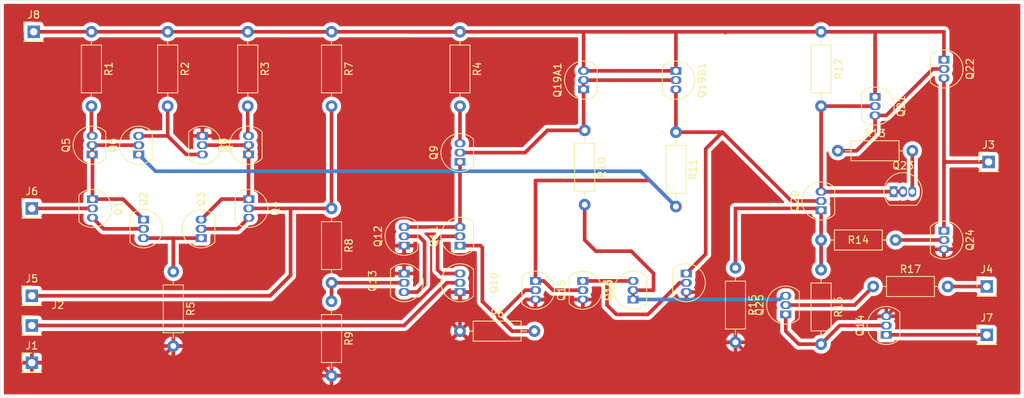
<source format=kicad_pcb>
(kicad_pcb (version 20240108) (generator "pcbnew") (generator_version "8.0")
  (layers (0 "F.Cu" signal) (31 "B.Cu" signal) (34 "B.Paste" user) (35 "F.Paste" user) (36 "B.SilkS" user "B.Silkscreen") (37 "F.SilkS" user "F.Silkscreen") (38 "B.Mask" user) (39 "F.Mask" user) (44 "Edge.Cuts" user))
  (net 0 "")
  (net 1 "Net-(J2-Pin_1)")
  (net 2 "Net-(J3-Pin_1)")
  (net 3 "Net-(J4-Pin_1)")
  (net 4 "Net-(J5-Pin_1)")
  (net 5 "Net-(J6-Pin_1)")
  (net 6 "Net-(J7-Pin_1)")
  (net 7 "Net-(J8-Pin_1)")
  (net 8 "Net-(Q1-C)")
  (net 9 "Net-(Q1-E)")
  (net 10 "Net-(Q2-C)")
  (net 11 "Net-(Q3-B)")
  (net 12 "Net-(Q3-C)")
  (net 13 "Net-(Q5-C)")
  (net 14 "Net-(Q15-E)")
  (net 15 "Net-(Q6-C)")
  (net 16 "Net-(Q8-C)")
  (net 17 "Net-(Q19A1-B)")
  (net 18 "Net-(Q11-C)")
  (net 19 "Net-(Q9-C)")
  (net 20 "Net-(Q10-C)")
  (net 21 "Net-(Q11-E)")
  (net 22 "Net-(Q12-B)")
  (net 23 "Net-(Q13-B)")
  (net 24 "Net-(Q14-B)")
  (net 25 "Net-(Q16-E)")
  (net 26 "Net-(Q17-E)")
  (net 27 "Net-(Q18-B)")
  (net 28 "Net-(Q20-E)")
  (net 29 "Net-(Q20-C)")
  (net 30 "Net-(Q21-C)")
  (net 31 "Net-(Q23-C)")
  (net 32 "Net-(Q24-B)")
  (net 33 "Net-(Q25-B)")
  (net 34 "GND")
  (footprint "Package_TO_SOT_THT:TO-92_Inline" (layer "F.Cu") (at 226.06 45.72 -90)
    (property "Reference" "Q21" (at 1.27 -3.56 90) (layer "F.SilkS"))
    (property "Value" "2N3904")
    (pad "1" thru_hole rect (at 0 0 270) (size 1.05 1.5) (drill 0.75) (layers "*.Cu" "*.Mask") (net 7 "Net-(J8-Pin_1)"))
    (pad "2" thru_hole oval (at 1.27 0 270) (size 1.05 1.5) (drill 0.75) (layers "*.Cu" "*.Mask") (net 29 "Net-(Q20-C)"))
    (pad "3" thru_hole oval (at 2.54 0 270) (size 1.05 1.5) (drill 0.75) (layers "*.Cu" "*.Mask") (net 30 "Net-(Q21-C)"))
  )
  (footprint "Package_TO_SOT_THT:TO-92_Inline" (layer "F.Cu") (at 179.726 70.866 -90)
    (property "Reference" "Q15" (at 1.27 -3.56 90) (layer "F.SilkS"))
    (property "Value" "2N3904")
    (pad "1" thru_hole rect (at 0 0 270) (size 1.05 1.5) (drill 0.75) (layers "*.Cu" "*.Mask") (net 14 "Net-(Q15-E)"))
    (pad "2" thru_hole oval (at 1.27 0 270) (size 1.05 1.5) (drill 0.75) (layers "*.Cu" "*.Mask") (net 21 "Net-(Q11-E)"))
    (pad "3" thru_hole oval (at 2.54 0 270) (size 1.05 1.5) (drill 0.75) (layers "*.Cu" "*.Mask") (net 34 "GND"))
  )
  (footprint "Package_TO_SOT_THT:TO-92_Inline" (layer "F.Cu") (at 119.274 59.69 -90)
    (property "Reference" "Q1" (at 1.27 -3.56 90) (layer "F.SilkS"))
    (property "Value" "2N3904")
    (pad "1" thru_hole rect (at 0 0 270) (size 1.05 1.5) (drill 0.75) (layers "*.Cu" "*.Mask") (net 9 "Net-(Q1-E)"))
    (pad "2" thru_hole oval (at 1.27 0 270) (size 1.05 1.5) (drill 0.75) (layers "*.Cu" "*.Mask") (net 5 "Net-(J6-Pin_1)"))
    (pad "3" thru_hole oval (at 2.54 0 270) (size 1.05 1.5) (drill 0.75) (layers "*.Cu" "*.Mask") (net 8 "Net-(Q1-C)"))
  )
  (footprint "Package_TO_SOT_THT:TO-92_Inline" (layer "F.Cu") (at 198.882 42.164 -90)
    (property "Reference" "Q19B1" (at 1.27 -3.56 90) (layer "F.SilkS"))
    (property "Value" "2N3906")
    (pad "1" thru_hole rect (at 0 0 270) (size 1.05 1.5) (drill 0.75) (layers "*.Cu" "*.Mask") (net 7 "Net-(J8-Pin_1)"))
    (pad "2" thru_hole oval (at 1.27 0 270) (size 1.05 1.5) (drill 0.75) (layers "*.Cu" "*.Mask") (net 17 "Net-(Q19A1-B)"))
    (pad "3" thru_hole oval (at 2.54 0 270) (size 1.05 1.5) (drill 0.75) (layers "*.Cu" "*.Mask") (net 26 "Net-(Q17-E)"))
  )
  (footprint "Connector_PinHeader_2.54mm:PinHeader_1x01_P2.54mm_Vertical" (layer "F.Cu") (at 241.3 71.628)
    (property "Reference" "J4" (at 0 -2.33 0) (layer "F.SilkS"))
    (property "Value" "Reset")
    (pad "1" thru_hole rect (at 0 0) (size 1.7 1.7) (drill 1) (layers "*.Cu" "*.Mask") (net 3 "Net-(J4-Pin_1)"))
  )
  (footprint "Resistor_THT:R_Axial_DIN0207_L6.3mm_D2.5mm_P10.16mm_Horizontal" (layer "F.Cu") (at 119.126 36.83 -90)
    (property "Reference" "R1" (at 5.08 -2.37 90) (layer "F.SilkS"))
    (property "Value" "4.7k")
    (pad "1" thru_hole circle (at 0 0 270) (size 1.6 1.6) (drill 0.8) (layers "*.Cu" "*.Mask") (net 7 "Net-(J8-Pin_1)"))
    (pad "2" thru_hole oval (at 10.16 0 270) (size 1.6 1.6) (drill 0.8) (layers "*.Cu" "*.Mask") (net 13 "Net-(Q5-C)"))
  )
  (footprint "Package_TO_SOT_THT:TO-92_Inline" (layer "F.Cu") (at 125.582 53.594 90)
    (property "Reference" "Q6" (at 1.27 -3.56 90) (layer "F.SilkS"))
    (property "Value" "2N3906")
    (pad "1" thru_hole rect (at 0 0 90) (size 1.05 1.5) (drill 0.75) (layers "*.Cu" "*.Mask") (net 14 "Net-(Q15-E)"))
    (pad "2" thru_hole oval (at 1.27 0 90) (size 1.05 1.5) (drill 0.75) (layers "*.Cu" "*.Mask") (net 9 "Net-(Q1-E)"))
    (pad "3" thru_hole oval (at 2.54 0 90) (size 1.05 1.5) (drill 0.75) (layers "*.Cu" "*.Mask") (net 15 "Net-(Q6-C)"))
  )
  (footprint "Package_TO_SOT_THT:TO-92_Inline" (layer "F.Cu") (at 186.288 44.704 90)
    (property "Reference" "Q19A1" (at 1.27 -3.56 90) (layer "F.SilkS"))
    (property "Value" "2N3906")
    (pad "1" thru_hole rect (at 0 0 90) (size 1.05 1.5) (drill 0.75) (layers "*.Cu" "*.Mask") (net 17 "Net-(Q19A1-B)"))
    (pad "2" thru_hole oval (at 1.27 0 90) (size 1.05 1.5) (drill 0.75) (layers "*.Cu" "*.Mask") (net 17 "Net-(Q19A1-B)"))
    (pad "3" thru_hole oval (at 2.54 0 90) (size 1.05 1.5) (drill 0.75) (layers "*.Cu" "*.Mask") (net 7 "Net-(J8-Pin_1)"))
  )
  (footprint "Package_TO_SOT_THT:TO-92_Inline" (layer "F.Cu") (at 227.584 78.232 90)
    (property "Reference" "Q14" (at 1.27 -3.56 90) (layer "F.SilkS"))
    (property "Value" "2N3904")
    (pad "1" thru_hole rect (at 0 0 90) (size 1.05 1.5) (drill 0.75) (layers "*.Cu" "*.Mask") (net 6 "Net-(J7-Pin_1)"))
    (pad "2" thru_hole oval (at 1.27 0 90) (size 1.05 1.5) (drill 0.75) (layers "*.Cu" "*.Mask") (net 24 "Net-(Q14-B)"))
    (pad "3" thru_hole oval (at 2.54 0 90) (size 1.05 1.5) (drill 0.75) (layers "*.Cu" "*.Mask") (net 34 "GND"))
  )
  (footprint "Resistor_THT:R_Axial_DIN0207_L6.3mm_D2.5mm_P10.16mm_Horizontal" (layer "F.Cu") (at 169.418 77.724)
    (property "Reference" "R6" (at 5.08 -2.37 0) (layer "F.SilkS"))
    (property "Value" "100k")
    (pad "1" thru_hole circle (at 0 0) (size 1.6 1.6) (drill 0.8) (layers "*.Cu" "*.Mask") (net 34 "GND"))
    (pad "2" thru_hole oval (at 10.16 0) (size 1.6 1.6) (drill 0.8) (layers "*.Cu" "*.Mask") (net 21 "Net-(Q11-E)"))
  )
  (footprint "Resistor_THT:R_Axial_DIN0207_L6.3mm_D2.5mm_P10.16mm_Horizontal" (layer "F.Cu") (at 151.892 36.83 -90)
    (property "Reference" "R7" (at 5.08 -2.37 90) (layer "F.SilkS"))
    (property "Value" "4.7k")
    (pad "1" thru_hole circle (at 0 0 270) (size 1.6 1.6) (drill 0.8) (layers "*.Cu" "*.Mask") (net 7 "Net-(J8-Pin_1)"))
    (pad "2" thru_hole oval (at 10.16 0 270) (size 1.6 1.6) (drill 0.8) (layers "*.Cu" "*.Mask") (net 4 "Net-(J5-Pin_1)"))
  )
  (footprint "Resistor_THT:R_Axial_DIN0207_L6.3mm_D2.5mm_P10.16mm_Horizontal" (layer "F.Cu") (at 151.892 60.96 -90)
    (property "Reference" "R8" (at 5.08 -2.37 90) (layer "F.SilkS"))
    (property "Value" "4.7k")
    (pad "1" thru_hole circle (at 0 0 270) (size 1.6 1.6) (drill 0.8) (layers "*.Cu" "*.Mask") (net 4 "Net-(J5-Pin_1)"))
    (pad "2" thru_hole oval (at 10.16 0 270) (size 1.6 1.6) (drill 0.8) (layers "*.Cu" "*.Mask") (net 23 "Net-(Q13-B)"))
  )
  (footprint "Connector_PinHeader_2.54mm:PinHeader_1x01_P2.54mm_Vertical" (layer "F.Cu") (at 110.998 60.96)
    (property "Reference" "J6" (at 0 -2.33 0) (layer "F.SilkS"))
    (property "Value" "Threshold")
    (pad "1" thru_hole rect (at 0 0) (size 1.7 1.7) (drill 1) (layers "*.Cu" "*.Mask") (net 5 "Net-(J6-Pin_1)"))
  )
  (footprint "Package_TO_SOT_THT:TO-92_Inline" (layer "F.Cu") (at 161.798 66.04 90)
    (property "Reference" "Q12" (at 1.27 -3.56 90) (layer "F.SilkS"))
    (property "Value" "2N3906")
    (pad "1" thru_hole rect (at 0 0 90) (size 1.05 1.5) (drill 0.75) (layers "*.Cu" "*.Mask") (net 34 "GND"))
    (pad "2" thru_hole oval (at 1.27 0 90) (size 1.05 1.5) (drill 0.75) (layers "*.Cu" "*.Mask") (net 22 "Net-(Q12-B)"))
    (pad "3" thru_hole oval (at 2.54 0 90) (size 1.05 1.5) (drill 0.75) (layers "*.Cu" "*.Mask") (net 18 "Net-(Q11-C)"))
  )
  (footprint "Package_TO_SOT_THT:TO-92_Inline" (layer "F.Cu") (at 193.04 73.406 90)
    (property "Reference" "Q18" (at 1.27 -3.56 90) (layer "F.SilkS"))
    (property "Value" "2N3904")
    (pad "1" thru_hole rect (at 0 0 90) (size 1.05 1.5) (drill 0.75) (layers "*.Cu" "*.Mask") (net 27 "Net-(Q18-B)"))
    (pad "2" thru_hole oval (at 1.27 0 90) (size 1.05 1.5) (drill 0.75) (layers "*.Cu" "*.Mask") (net 27 "Net-(Q18-B)"))
    (pad "3" thru_hole oval (at 2.54 0 90) (size 1.05 1.5) (drill 0.75) (layers "*.Cu" "*.Mask") (net 25 "Net-(Q16-E)"))
  )
  (footprint "Package_TO_SOT_THT:TO-92_Inline" (layer "F.Cu") (at 169.418 66.04 90)
    (property "Reference" "Q11" (at 1.27 -3.56 90) (layer "F.SilkS"))
    (property "Value" "2N3906")
    (pad "1" thru_hole rect (at 0 0 90) (size 1.05 1.5) (drill 0.75) (layers "*.Cu" "*.Mask") (net 21 "Net-(Q11-E)"))
    (pad "2" thru_hole oval (at 1.27 0 90) (size 1.05 1.5) (drill 0.75) (layers "*.Cu" "*.Mask") (net 20 "Net-(Q10-C)"))
    (pad "3" thru_hole oval (at 2.54 0 90) (size 1.05 1.5) (drill 0.75) (layers "*.Cu" "*.Mask") (net 18 "Net-(Q11-C)"))
  )
  (footprint "Package_TO_SOT_THT:TO-92_Inline" (layer "F.Cu") (at 218.694 61.214 90)
    (property "Reference" "Q20" (at 1.27 -3.56 90) (layer "F.SilkS"))
    (property "Value" "2N3904")
    (pad "1" thru_hole rect (at 0 0 90) (size 1.05 1.5) (drill 0.75) (layers "*.Cu" "*.Mask") (net 28 "Net-(Q20-E)"))
    (pad "2" thru_hole oval (at 1.27 0 90) (size 1.05 1.5) (drill 0.75) (layers "*.Cu" "*.Mask") (net 26 "Net-(Q17-E)"))
    (pad "3" thru_hole oval (at 2.54 0 90) (size 1.05 1.5) (drill 0.75) (layers "*.Cu" "*.Mask") (net 29 "Net-(Q20-C)"))
  )
  (footprint "Resistor_THT:R_Axial_DIN0207_L6.3mm_D2.5mm_P10.16mm_Horizontal" (layer "F.Cu") (at 207.01 69.088 -90)
    (property "Reference" "R15" (at 5.08 -2.37 90) (layer "F.SilkS"))
    (property "Value" "4.7k")
    (pad "1" thru_hole circle (at 0 0 270) (size 1.6 1.6) (drill 0.8) (layers "*.Cu" "*.Mask") (net 28 "Net-(Q20-E)"))
    (pad "2" thru_hole oval (at 10.16 0 270) (size 1.6 1.6) (drill 0.8) (layers "*.Cu" "*.Mask") (net 34 "GND"))
  )
  (footprint "Resistor_THT:R_Axial_DIN0207_L6.3mm_D2.5mm_P10.16mm_Horizontal" (layer "F.Cu") (at 225.806 71.628)
    (property "Reference" "R17" (at 5.08 -2.37 0) (layer "F.SilkS"))
    (property "Value" "100k")
    (pad "1" thru_hole circle (at 0 0) (size 1.6 1.6) (drill 0.8) (layers "*.Cu" "*.Mask") (net 33 "Net-(Q25-B)"))
    (pad "2" thru_hole oval (at 10.16 0) (size 1.6 1.6) (drill 0.8) (layers "*.Cu" "*.Mask") (net 3 "Net-(J4-Pin_1)"))
  )
  (footprint "Package_TO_SOT_THT:TO-92_Inline" (layer "F.Cu") (at 161.798 69.85 -90)
    (property "Reference" "Q13" (at 1.016 4.318 90) (layer "F.SilkS"))
    (property "Value" "2N3906")
    (pad "1" thru_hole rect (at 0 0 270) (size 1.05 1.5) (drill 0.75) (layers "*.Cu" "*.Mask") (net 34 "GND"))
    (pad "2" thru_hole oval (at 1.27 0 270) (size 1.05 1.5) (drill 0.75) (layers "*.Cu" "*.Mask") (net 23 "Net-(Q13-B)"))
    (pad "3" thru_hole oval (at 2.54 0 270) (size 1.05 1.5) (drill 0.75) (layers "*.Cu" "*.Mask") (net 22 "Net-(Q12-B)"))
  )
  (footprint "Resistor_THT:R_Axial_DIN0207_L6.3mm_D2.5mm_P10.16mm_Horizontal" (layer "F.Cu") (at 218.694 65.278)
    (property "Reference" "R14" (at 5.08 0 0) (layer "F.SilkS"))
    (property "Value" "220")
    (pad "1" thru_hole circle (at 0 0) (size 1.6 1.6) (drill 0.8) (layers "*.Cu" "*.Mask") (net 28 "Net-(Q20-E)"))
    (pad "2" thru_hole oval (at 10.16 0) (size 1.6 1.6) (drill 0.8) (layers "*.Cu" "*.Mask") (net 32 "Net-(Q24-B)"))
  )
  (footprint "Package_TO_SOT_THT:TO-92_Inline" (layer "F.Cu") (at 200.3 69.85 -90)
    (property "Reference" "Q17" (hide yes))
    (property "Value" "2N3904")
    (pad "1" thru_hole rect (at 0 0 270) (size 1.05 1.5) (drill 0.75) (layers "*.Cu" "*.Mask") (net 26 "Net-(Q17-E)"))
    (pad "2" thru_hole oval (at 1.27 0 270) (size 1.05 1.5) (drill 0.75) (layers "*.Cu" "*.Mask") (net 25 "Net-(Q16-E)"))
    (pad "3" thru_hole oval (at 2.54 0 270) (size 1.05 1.5) (drill 0.75) (layers "*.Cu" "*.Mask") (net 34 "GND"))
  )
  (footprint "Package_TO_SOT_THT:TO-92_Inline" (layer "F.Cu") (at 235.458 64.008 -90)
    (property "Reference" "Q24" (at 1.27 -3.56 90) (layer "F.SilkS"))
    (property "Value" "2N3904")
    (pad "1" thru_hole rect (at 0 0 270) (size 1.05 1.5) (drill 0.75) (layers "*.Cu" "*.Mask") (net 2 "Net-(J3-Pin_1)"))
    (pad "2" thru_hole oval (at 1.27 0 270) (size 1.05 1.5) (drill 0.75) (layers "*.Cu" "*.Mask") (net 32 "Net-(Q24-B)"))
    (pad "3" thru_hole oval (at 2.54 0 270) (size 1.05 1.5) (drill 0.75) (layers "*.Cu" "*.Mask") (net 34 "GND"))
  )
  (footprint "Resistor_THT:R_Axial_DIN0207_L6.3mm_D2.5mm_P10.16mm_Horizontal" (layer "F.Cu") (at 129.54 36.83 -90)
    (property "Reference" "R2" (at 5.08 -2.37 90) (layer "F.SilkS"))
    (property "Value" "820")
    (pad "1" thru_hole circle (at 0 0 270) (size 1.6 1.6) (drill 0.8) (layers "*.Cu" "*.Mask") (net 7 "Net-(J8-Pin_1)"))
    (pad "2" thru_hole oval (at 10.16 0 270) (size 1.6 1.6) (drill 0.8) (layers "*.Cu" "*.Mask") (net 15 "Net-(Q6-C)"))
  )
  (footprint "Package_TO_SOT_THT:TO-92_Inline" (layer "F.Cu") (at 235.458 40.64 -90)
    (property "Reference" "Q22" (at 1.27 -3.56 90) (layer "F.SilkS"))
    (property "Value" "2N3904")
    (pad "1" thru_hole rect (at 0 0 270) (size 1.05 1.5) (drill 0.75) (layers "*.Cu" "*.Mask") (net 7 "Net-(J8-Pin_1)"))
    (pad "2" thru_hole oval (at 1.27 0 270) (size 1.05 1.5) (drill 0.75) (layers "*.Cu" "*.Mask") (net 30 "Net-(Q21-C)"))
    (pad "3" thru_hole oval (at 2.54 0 270) (size 1.05 1.5) (drill 0.75) (layers "*.Cu" "*.Mask") (net 2 "Net-(J3-Pin_1)"))
  )
  (footprint "Connector_PinHeader_2.54mm:PinHeader_1x01_P2.54mm_Vertical" (layer "F.Cu") (at 110.998 72.898)
    (property "Reference" "J5" (at 0 -2.33 0) (layer "F.SilkS"))
    (property "Value" "Control Voltage")
    (pad "1" thru_hole rect (at 0 0) (size 1.7 1.7) (drill 1) (layers "*.Cu" "*.Mask") (net 4 "Net-(J5-Pin_1)"))
  )
  (footprint "Package_TO_SOT_THT:TO-92_Inline" (layer "F.Cu") (at 228.6 58.674)
    (property "Reference" "Q23" (at 1.27 -3.56 0) (layer "F.SilkS"))
    (property "Value" "2N3906")
    (pad "1" thru_hole rect (at 0 0) (size 1.05 1.5) (drill 0.75) (layers "*.Cu" "*.Mask") (net 29 "Net-(Q20-C)"))
    (pad "2" thru_hole oval (at 1.27 0) (size 1.05 1.5) (drill 0.75) (layers "*.Cu" "*.Mask") (net 29 "Net-(Q20-C)"))
    (pad "3" thru_hole oval (at 2.54 0) (size 1.05 1.5) (drill 0.75) (layers "*.Cu" "*.Mask") (net 31 "Net-(Q23-C)"))
  )
  (footprint "Resistor_THT:R_Axial_DIN0207_L6.3mm_D2.5mm_P10.16mm_Horizontal" (layer "F.Cu") (at 220.98 53.086)
    (property "Reference" "R13" (at 5.08 -2.37 0) (layer "F.SilkS"))
    (property "Value" "3.9k")
    (pad "1" thru_hole circle (at 0 0) (size 1.6 1.6) (drill 0.8) (layers "*.Cu" "*.Mask") (net 30 "Net-(Q21-C)"))
    (pad "2" thru_hole oval (at 10.16 0) (size 1.6 1.6) (drill 0.8) (layers "*.Cu" "*.Mask") (net 31 "Net-(Q23-C)"))
  )
  (footprint "Resistor_THT:R_Axial_DIN0207_L6.3mm_D2.5mm_P10.16mm_Horizontal" (layer "F.Cu") (at 169.418 36.83 -90)
    (property "Reference" "R4" (at 5.08 -2.37 90) (layer "F.SilkS"))
    (property "Value" "1k")
    (pad "1" thru_hole circle (at 0 0 270) (size 1.6 1.6) (drill 0.8) (layers "*.Cu" "*.Mask") (net 7 "Net-(J8-Pin_1)"))
    (pad "2" thru_hole oval (at 10.16 0 270) (size 1.6 1.6) (drill 0.8) (layers "*.Cu" "*.Mask") (net 19 "Net-(Q9-C)"))
  )
  (footprint "Resistor_THT:R_Axial_DIN0207_L6.3mm_D2.5mm_P10.16mm_Horizontal" (layer "F.Cu") (at 130.302 69.596 -90)
    (property "Reference" "R5" (at 5.08 -2.37 90) (layer "F.SilkS"))
    (property "Value" "10k")
    (pad "1" thru_hole circle (at 0 0 270) (size 1.6 1.6) (drill 0.8) (layers "*.Cu" "*.Mask") (net 10 "Net-(Q2-C)"))
    (pad "2" thru_hole oval (at 10.16 0 270) (size 1.6 1.6) (drill 0.8) (layers "*.Cu" "*.Mask") (net 34 "GND"))
  )
  (footprint "Connector_PinHeader_2.54mm:PinHeader_1x01_P2.54mm_Vertical" (layer "F.Cu") (at 111.252 36.83)
    (property "Reference" "J8" (at 0 -2.33 0) (layer "F.SilkS"))
    (property "Value" "Vcc")
    (pad "1" thru_hole rect (at 0 0) (size 1.7 1.7) (drill 1) (layers "*.Cu" "*.Mask") (net 7 "Net-(J8-Pin_1)"))
  )
  (footprint "Package_TO_SOT_THT:TO-92_Inline" (layer "F.Cu") (at 119.232 53.594 90)
    (property "Reference" "Q5" (at 1.27 -3.56 90) (layer "F.SilkS"))
    (property "Value" "2N3906")
    (pad "1" thru_hole rect (at 0 0 90) (size 1.05 1.5) (drill 0.75) (layers "*.Cu" "*.Mask") (net 9 "Net-(Q1-E)"))
    (pad "2" thru_hole oval (at 1.27 0 90) (size 1.05 1.5) (drill 0.75) (layers "*.Cu" "*.Mask") (net 9 "Net-(Q1-E)"))
    (pad "3" thru_hole oval (at 2.54 0 90) (size 1.05 1.5) (drill 0.75) (layers "*.Cu" "*.Mask") (net 13 "Net-(Q5-C)"))
  )
  (footprint "Resistor_THT:R_Axial_DIN0207_L6.3mm_D2.5mm_P10.16mm_Horizontal" (layer "F.Cu") (at 218.694 36.83 -90)
    (property "Reference" "R12" (at 5.08 -2.37 90) (layer "F.SilkS"))
    (property "Value" "6.8k")
    (pad "1" thru_hole circle (at 0 0 270) (size 1.6 1.6) (drill 0.8) (layers "*.Cu" "*.Mask") (net 7 "Net-(J8-Pin_1)"))
    (pad "2" thru_hole oval (at 10.16 0 270) (size 1.6 1.6) (drill 0.8) (layers "*.Cu" "*.Mask") (net 29 "Net-(Q20-C)"))
  )
  (footprint "Connector_PinHeader_2.54mm:PinHeader_1x01_P2.54mm_Vertical" (layer "F.Cu") (at 110.998 76.962)
    (property "Reference" "J2" (at 3.556 -2.794 0) (layer "F.SilkS"))
    (property "Value" "Trigger")
    (pad "1" thru_hole rect (at 0 0) (size 1.7 1.7) (drill 1) (layers "*.Cu" "*.Mask") (net 1 "Net-(J2-Pin_1)"))
  )
  (footprint "Package_TO_SOT_THT:TO-92_Inline" (layer "F.Cu") (at 140.568 53.594 90)
    (property "Reference" "Q8" (at 1.27 -3.56 90) (layer "F.SilkS"))
    (property "Value" "2N3906")
    (pad "1" thru_hole rect (at 0 0 90) (size 1.05 1.5) (drill 0.75) (layers "*.Cu" "*.Mask") (net 12 "Net-(Q3-C)"))
    (pad "2" thru_hole oval (at 1.27 0 90) (size 1.05 1.5) (drill 0.75) (layers "*.Cu" "*.Mask") (net 12 "Net-(Q3-C)"))
    (pad "3" thru_hole oval (at 2.54 0 90) (size 1.05 1.5) (drill 0.75) (layers "*.Cu" "*.Mask") (net 16 "Net-(Q8-C)"))
  )
  (footprint "Resistor_THT:R_Axial_DIN0207_L6.3mm_D2.5mm_P10.16mm_Horizontal" (layer "F.Cu") (at 198.882 50.546 -90)
    (property "Reference" "R11" (at 5.08 -2.37 90) (layer "F.SilkS"))
    (property "Value" "4.7k")
    (pad "1" thru_hole circle (at 0 0 270) (size 1.6 1.6) (drill 0.8) (layers "*.Cu" "*.Mask") (net 26 "Net-(Q17-E)"))
    (pad "2" thru_hole oval (at 10.16 0 270) (size 1.6 1.6) (drill 0.8) (layers "*.Cu" "*.Mask") (net 14 "Net-(Q15-E)"))
  )
  (footprint "Connector_PinHeader_2.54mm:PinHeader_1x01_P2.54mm_Vertical" (layer "F.Cu") (at 241.554 54.61)
    (property "Reference" "J3" (at 0 -2.33 0) (layer "F.SilkS"))
    (property "Value" "Output")
    (pad "1" thru_hole rect (at 0 0) (size 1.7 1.7) (drill 1) (layers "*.Cu" "*.Mask") (net 2 "Net-(J3-Pin_1)"))
  )
  (footprint "Package_TO_SOT_THT:TO-92_Inline" (layer "F.Cu") (at 140.61 59.69 -90)
    (property "Reference" "Q4" (at 1.27 -3.56 90) (layer "F.SilkS"))
    (property "Value" "2N3904")
    (pad "1" thru_hole rect (at 0 0 270) (size 1.05 1.5) (drill 0.75) (layers "*.Cu" "*.Mask") (net 12 "Net-(Q3-C)"))
    (pad "2" thru_hole oval (at 1.27 0 270) (size 1.05 1.5) (drill 0.75) (layers "*.Cu" "*.Mask") (net 4 "Net-(J5-Pin_1)"))
    (pad "3" thru_hole oval (at 2.54 0 270) (size 1.05 1.5) (drill 0.75) (layers "*.Cu" "*.Mask") (net 11 "Net-(Q3-B)"))
  )
  (footprint "Package_TO_SOT_THT:TO-92_Inline" (layer "F.Cu") (at 213.868 75.438 90)
    (property "Reference" "Q25" (at 1.27 -3.56 90) (layer "F.SilkS"))
    (property "Value" "2N3906")
    (pad "1" thru_hole rect (at 0 0 90) (size 1.05 1.5) (drill 0.75) (layers "*.Cu" "*.Mask") (net 24 "Net-(Q14-B)"))
    (pad "2" thru_hole oval (at 1.27 0 90) (size 1.05 1.5) (drill 0.75) (layers "*.Cu" "*.Mask") (net 33 "Net-(Q25-B)"))
    (pad "3" thru_hole oval (at 2.54 0 90) (size 1.05 1.5) (drill 0.75) (layers "*.Cu" "*.Mask") (net 27 "Net-(Q18-B)"))
  )
  (footprint "Resistor_THT:R_Axial_DIN0207_L6.3mm_D2.5mm_P10.16mm_Horizontal" (layer "F.Cu") (at 218.694 69.342 -90)
    (property "Reference" "R16" (at 5.08 -2.37 90) (layer "F.SilkS"))
    (property "Value" "100")
    (pad "1" thru_hole circle (at 0 0 270) (size 1.6 1.6) (drill 0.8) (layers "*.Cu" "*.Mask") (net 28 "Net-(Q20-E)"))
    (pad "2" thru_hole oval (at 10.16 0 270) (size 1.6 1.6) (drill 0.8) (layers "*.Cu" "*.Mask") (net 24 "Net-(Q14-B)"))
  )
  (footprint "Package_TO_SOT_THT:TO-92_Inline" (layer "F.Cu") (at 169.418 54.61 90)
    (property "Reference" "Q9" (at 1.27 -3.56 90) (layer "F.SilkS"))
    (property "Value" "2N3906")
    (pad "1" thru_hole rect (at 0 0 90) (size 1.05 1.5) (drill 0.75) (layers "*.Cu" "*.Mask") (net 18 "Net-(Q11-C)"))
    (pad "2" thru_hole oval (at 1.27 0 90) (size 1.05 1.5) (drill 0.75) (layers "*.Cu" "*.Mask") (net 17 "Net-(Q19A1-B)"))
    (pad "3" thru_hole oval (at 2.54 0 90) (size 1.05 1.5) (drill 0.75) (layers "*.Cu" "*.Mask") (net 19 "Net-(Q9-C)"))
  )
  (footprint "Resistor_THT:R_Axial_DIN0207_L6.3mm_D2.5mm_P10.16mm_Horizontal" (layer "F.Cu") (at 151.892 73.66 -90)
    (property "Reference" "R9" (at 5.08 -2.37 90) (layer "F.SilkS"))
    (property "Value" "4.7k")
    (pad "1" thru_hole circle (at 0 0 270) (size 1.6 1.6) (drill 0.8) (layers "*.Cu" "*.Mask") (net 23 "Net-(Q13-B)"))
    (pad "2" thru_hole oval (at 10.16 0 270) (size 1.6 1.6) (drill 0.8) (layers "*.Cu" "*.Mask") (net 34 "GND"))
  )
  (footprint "Package_TO_SOT_THT:TO-92_Inline" (layer "F.Cu") (at 169.418 72.39 90)
    (property "Reference" "Q10" (at 1.27 4.572 90) (layer "F.SilkS"))
    (property "Value" "2N3906")
    (pad "1" thru_hole rect (at 0 0 90) (size 1.05 1.5) (drill 0.75) (layers "*.Cu" "*.Mask") (net 34 "GND"))
    (pad "2" thru_hole oval (at 1.27 0 90) (size 1.05 1.5) (drill 0.75) (layers "*.Cu" "*.Mask") (net 1 "Net-(J2-Pin_1)"))
    (pad "3" thru_hole oval (at 2.54 0 90) (size 1.05 1.5) (drill 0.75) (layers "*.Cu" "*.Mask") (net 20 "Net-(Q10-C)"))
  )
  (footprint "Package_TO_SOT_THT:TO-92_Inline" (layer "F.Cu") (at 186.182 70.866 -90)
    (property "Reference" "Q16" (at 1.27 -3.56 90) (layer "F.SilkS"))
    (property "Value" "2N3904")
    (pad "1" thru_hole rect (at 0 0 270) (size 1.05 1.5) (drill 0.75) (layers "*.Cu" "*.Mask") (net 25 "Net-(Q16-E)"))
    (pad "2" thru_hole oval (at 1.27 0 270) (size 1.05 1.5) (drill 0.75) (layers "*.Cu" "*.Mask") (net 14 "Net-(Q15-E)"))
    (pad "3" thru_hole oval (at 2.54 0 270) (size 1.05 1.5) (drill 0.75) (layers "*.Cu" "*.Mask") (net 34 "GND"))
  )
  (footprint "Resistor_THT:R_Axial_DIN0207_L6.3mm_D2.5mm_P10.16mm_Horizontal" (layer "F.Cu") (at 186.436 50.292 -90)
    (property "Reference" "R10" (at 5.08 -2.37 90) (layer "F.SilkS"))
    (property "Value" "15k")
    (pad "1" thru_hole circle (at 0 0 270) (size 1.6 1.6) (drill 0.8) (layers "*.Cu" "*.Mask") (net 17 "Net-(Q19A1-B)"))
    (pad "2" thru_hole oval (at 10.16 0 270) (size 1.6 1.6) (drill 0.8) (layers "*.Cu" "*.Mask") (net 27 "Net-(Q18-B)"))
  )
  (footprint "Connector_PinHeader_2.54mm:PinHeader_1x01_P2.54mm_Vertical" (layer "F.Cu") (at 241.3 78.232)
    (property "Reference" "J7" (at 0 -2.33 0) (layer "F.SilkS"))
    (property "Value" "Discharge")
    (pad "1" thru_hole rect (at 0 0) (size 1.7 1.7) (drill 1) (layers "*.Cu" "*.Mask") (net 6 "Net-(J7-Pin_1)"))
  )
  (footprint "Resistor_THT:R_Axial_DIN0207_L6.3mm_D2.5mm_P10.16mm_Horizontal" (layer "F.Cu") (at 140.462 36.83 -90)
    (property "Reference" "R3" (at 5.08 -2.37 90) (layer "F.SilkS"))
    (property "Value" "4.7k")
    (pad "1" thru_hole circle (at 0 0 270) (size 1.6 1.6) (drill 0.8) (layers "*.Cu" "*.Mask") (net 7 "Net-(J8-Pin_1)"))
    (pad "2" thru_hole oval (at 10.16 0 270) (size 1.6 1.6) (drill 0.8) (layers "*.Cu" "*.Mask") (net 16 "Net-(Q8-C)"))
  )
  (footprint "Package_TO_SOT_THT:TO-92_Inline" (layer "F.Cu") (at 134.112 65.024 90)
    (property "Reference" "Q3" (at 5.334 0 90) (layer "F.SilkS"))
    (property "Value" "2N3904")
    (pad "1" thru_hole rect (at 0 0 90) (size 1.05 1.5) (drill 0.75) (layers "*.Cu" "*.Mask") (net 10 "Net-(Q2-C)"))
    (pad "2" thru_hole oval (at 1.27 0 90) (size 1.05 1.5) (drill 0.75) (layers "*.Cu" "*.Mask") (net 11 "Net-(Q3-B)"))
    (pad "3" thru_hole oval (at 2.54 0 90) (size 1.05 1.5) (drill 0.75) (layers "*.Cu" "*.Mask") (net 12 "Net-(Q3-C)"))
  )
  (footprint "Package_TO_SOT_THT:TO-92_Inline" (layer "F.Cu") (at 126.238 62.484 -90)
    (property "Reference" "Q2" (at -2.794 0 90) (layer "F.SilkS"))
    (property "Value" "2N3904")
    (pad "1" thru_hole rect (at 0 0 270) (size 1.05 1.5) (drill 0.75) (layers "*.Cu" "*.Mask") (net 9 "Net-(Q1-E)"))
    (pad "2" thru_hole oval (at 1.27 0 270) (size 1.05 1.5) (drill 0.75) (layers "*.Cu" "*.Mask") (net 8 "Net-(Q1-C)"))
    (pad "3" thru_hole oval (at 2.54 0 270) (size 1.05 1.5) (drill 0.75) (layers "*.Cu" "*.Mask") (net 10 "Net-(Q2-C)"))
  )
  (footprint "Package_TO_SOT_THT:TO-92_Inline" (layer "F.Cu") (at 134.26 51.054 -90)
    (property "Reference" "Q7" (at 1.27 -3.56 90) (layer "F.SilkS"))
    (property "Value" "2N3906")
    (pad "1" thru_hole rect (at 0 0 270) (size 1.05 1.5) (drill 0.75) (layers "*.Cu" "*.Mask") (net 34 "GND"))
    (pad "2" thru_hole oval (at 1.27 0 270) (size 1.05 1.5) (drill 0.75) (layers "*.Cu" "*.Mask") (net 12 "Net-(Q3-C)"))
    (pad "3" thru_hole oval (at 2.54 0 270) (size 1.05 1.5) (drill 0.75) (layers "*.Cu" "*.Mask") (net 15 "Net-(Q6-C)"))
  )
  (footprint "Connector_PinHeader_2.54mm:PinHeader_1x01_P2.54mm_Vertical" (layer "F.Cu") (at 110.998 82.042)
    (property "Reference" "J1" (at 0 -2.33 0) (layer "F.SilkS"))
    (property "Value" "GND")
    (pad "1" thru_hole rect (at 0 0) (size 1.7 1.7) (drill 1) (layers "*.Cu" "*.Mask") (net 34 "GND"))
  )
  (gr_line (start 106.68 32.512) (end 106.68 86.868) (stroke (width 0.05)) (layer "Edge.Cuts"))
  (gr_line (start 246.38 32.512) (end 106.68 32.512) (stroke (width 0.05)) (layer "Edge.Cuts"))
  (gr_line (start 106.68 86.868) (end 246.38 86.868) (stroke (width 0.05)) (layer "Edge.Cuts"))
  (gr_line (start 246.38 86.868) (end 246.38 32.512) (stroke (width 0.05)) (layer "Edge.Cuts"))
  (segment (start 167.64 71.12) (end 161.798 76.962) (width 0.5) (layer "F.Cu") (net 1))
  (segment (start 161.798 76.962) (end 110.998 76.962) (width 0.5) (layer "F.Cu") (net 1))
  (segment (start 169.418 71.12) (end 167.64 71.12) (width 0.5) (layer "F.Cu") (net 1))
  (segment (start 235.458 54.864) (end 235.712 54.61) (width 0.5) (layer "F.Cu") (net 2))
  (segment (start 235.712 54.61) (end 235.458 54.61) (width 0.5) (layer "F.Cu") (net 2))
  (segment (start 235.458 43.18) (end 235.458 54.61) (width 0.5) (layer "F.Cu") (net 2))
  (segment (start 235.458 64.008) (end 235.458 54.864) (width 0.5) (layer "F.Cu") (net 2))
  (segment (start 235.712 54.61) (end 241.554 54.61) (width 0.5) (layer "F.Cu") (net 2))
  (segment (start 235.458 54.864) (end 235.458 54.61) (width 0.5) (layer "F.Cu") (net 2))
  (segment (start 235.966 71.628) (end 241.3 71.628) (width 0.5) (layer "F.Cu") (net 3))
  (segment (start 140.61 60.96) (end 146.304 60.96) (width 0.5) (layer "F.Cu") (net 4))
  (segment (start 146.304 70.104) (end 146.304 60.96) (width 0.5) (layer "F.Cu") (net 4))
  (segment (start 110.998 72.898) (end 143.51 72.898) (width 0.5) (layer "F.Cu") (net 4))
  (segment (start 146.304 60.96) (end 151.892 60.96) (width 0.5) (layer "F.Cu") (net 4))
  (segment (start 143.51 72.898) (end 146.304 70.104) (width 0.5) (layer "F.Cu") (net 4))
  (segment (start 151.892 60.96) (end 151.892 46.736) (width 0.5) (layer "F.Cu") (net 4))
  (segment (start 119.274 60.96) (end 110.998 60.96) (width 0.5) (layer "F.Cu") (net 5))
  (segment (start 227.584 78.232) (end 241.3 78.232) (width 0.5) (layer "F.Cu") (net 6))
  (segment (start 218.694 36.83) (end 226.06 36.83) (width 0.5) (layer "F.Cu") (net 7))
  (segment (start 145.034 36.83) (end 169.418 36.83) (width 0.5) (layer "F.Cu") (net 7))
  (segment (start 119.126 36.83) (end 111.252 36.83) (width 0.5) (layer "F.Cu") (net 7))
  (segment (start 235.458 36.83) (end 226.06 36.83) (width 0.5) (layer "F.Cu") (net 7))
  (segment (start 186.288 42.164) (end 198.882 42.164) (width 0.5) (layer "F.Cu") (net 7))
  (segment (start 140.462 36.83) (end 151.892 36.83) (width 0.5) (layer "F.Cu") (net 7))
  (segment (start 140.462 36.83) (end 129.54 36.83) (width 0.5) (layer "F.Cu") (net 7))
  (segment (start 193.04 36.83) (end 162.454 36.83) (width 0.5) (layer "F.Cu") (net 7))
  (segment (start 226.06 45.72) (end 226.06 36.83) (width 0.5) (layer "F.Cu") (net 7))
  (segment (start 205.634 36.936) (end 205.74 36.83) (width 0.5) (layer "F.Cu") (net 7))
  (segment (start 218.694 36.83) (end 205.74 36.83) (width 0.5) (layer "F.Cu") (net 7))
  (segment (start 186.288 42.164) (end 186.288 36.83) (width 0.5) (layer "F.Cu") (net 7))
  (segment (start 119.126 36.83) (end 129.54 36.83) (width 0.5) (layer "F.Cu") (net 7))
  (segment (start 235.458 40.64) (end 235.458 36.83) (width 0.5) (layer "F.Cu") (net 7))
  (segment (start 198.882 42.164) (end 198.882 36.936) (width 0.5) (layer "F.Cu") (net 7))
  (segment (start 205.74 36.83) (end 193.04 36.83) (width 0.5) (layer "F.Cu") (net 7))
  (segment (start 120.798 63.754) (end 126.238 63.754) (width 0.5) (layer "F.Cu") (net 8))
  (segment (start 119.274 62.23) (end 120.798 63.754) (width 0.5) (layer "F.Cu") (net 8))
  (segment (start 119.232 53.594) (end 119.232 53.7) (width 0.5) (layer "F.Cu") (net 9))
  (segment (start 119.274 53.742) (end 119.274 59.69) (width 0.5) (layer "F.Cu") (net 9))
  (segment (start 119.232 53.7) (end 119.274 53.742) (width 0.5) (layer "F.Cu") (net 9))
  (segment (start 123.444 59.69) (end 126.238 62.484) (width 0.5) (layer "F.Cu") (net 9))
  (segment (start 119.232 52.324) (end 119.232 53.594) (width 0.5) (layer "F.Cu") (net 9))
  (segment (start 119.232 52.324) (end 125.582 52.324) (width 0.5) (layer "F.Cu") (net 9))
  (segment (start 119.274 59.69) (end 123.444 59.69) (width 0.5) (layer "F.Cu") (net 9))
  (segment (start 126.238 65.024) (end 130.302 65.024) (width 0.5) (layer "F.Cu") (net 10))
  (segment (start 130.302 65.024) (end 134.112 65.024) (width 0.5) (layer "F.Cu") (net 10))
  (segment (start 130.302 69.596) (end 130.302 65.024) (width 0.5) (layer "F.Cu") (net 10))
  (segment (start 140.61 62.23) (end 139.086 63.754) (width 0.5) (layer "F.Cu") (net 11))
  (segment (start 139.086 63.754) (end 134.112 63.754) (width 0.5) (layer "F.Cu") (net 11))
  (segment (start 133.964 52.324) (end 140.568 52.324) (width 0.5) (layer "F.Cu") (net 12))
  (segment (start 140.568 53.594) (end 140.568 59.648) (width 0.5) (layer "F.Cu") (net 12))
  (segment (start 140.568 52.324) (end 140.568 53.594) (width 0.5) (layer "F.Cu") (net 12))
  (segment (start 140.568 59.648) (end 140.61 59.69) (width 0.5) (layer "F.Cu") (net 12))
  (segment (start 134.112 62.484) (end 136.906 59.69) (width 0.5) (layer "F.Cu") (net 12))
  (segment (start 136.906 59.69) (end 140.61 59.69) (width 0.5) (layer "F.Cu") (net 12))
  (segment (start 119.126 50.948) (end 119.232 51.054) (width 0.5) (layer "F.Cu") (net 13))
  (segment (start 119.126 46.99) (end 119.126 50.948) (width 0.5) (layer "F.Cu") (net 13))
  (segment (start 180.848 70.866) (end 182.118 72.136) (width 0.5) (layer "F.Cu") (net 14))
  (segment (start 195.326 57.15) (end 179.726 57.15) (width 0.5) (layer "F.Cu") (net 14))
  (segment (start 198.882 60.706) (end 195.326 57.15) (width 0.5) (layer "F.Cu") (net 14))
  (segment (start 182.118 72.136) (end 186.182 72.136) (width 0.5) (layer "F.Cu") (net 14))
  (segment (start 179.726 70.866) (end 180.848 70.866) (width 0.5) (layer "F.Cu") (net 14))
  (segment (start 179.726 57.15) (end 179.726 70.866) (width 0.5) (layer "F.Cu") (net 14))
  (segment (start 127.868 55.88) (end 194.056 55.88) (width 0.5) (layer "B.Cu") (net 14))
  (segment (start 125.582 53.594) (end 127.868 55.88) (width 0.5) (layer "B.Cu") (net 14))
  (segment (start 194.056 55.88) (end 198.882 60.706) (width 0.5) (layer "B.Cu") (net 14))
  (segment (start 125.582 51.054) (end 129.54 51.054) (width 0.5) (layer "F.Cu") (net 15))
  (segment (start 129.54 46.99) (end 129.54 51.054) (width 0.5) (layer "F.Cu") (net 15))
  (segment (start 129.54 51.054) (end 132.08 53.594) (width 0.5) (layer "F.Cu") (net 15))
  (segment (start 132.08 53.594) (end 134.26 53.594) (width 0.5) (layer "F.Cu") (net 15))
  (segment (start 140.462 46.99) (end 140.462 50.948) (width 0.5) (layer "F.Cu") (net 16))
  (segment (start 140.462 50.948) (end 140.568 51.054) (width 0.5) (layer "F.Cu") (net 16))
  (segment (start 186.288 50.144) (end 186.436 50.292) (width 0.5) (layer "F.Cu") (net 17))
  (segment (start 186.288 44.704) (end 186.288 50.144) (width 0.5) (layer "F.Cu") (net 17))
  (segment (start 181.356 50.292) (end 186.436 50.292) (width 0.5) (layer "F.Cu") (net 17))
  (segment (start 181.356 50.292) (end 178.308 53.34) (width 0.5) (layer "F.Cu") (net 17))
  (segment (start 198.882 43.434) (end 186.288 43.434) (width 0.5) (layer "F.Cu") (net 17))
  (segment (start 178.308 53.34) (end 169.418 53.34) (width 0.5) (layer "F.Cu") (net 17))
  (segment (start 186.436 44.852) (end 186.288 44.704) (width 0.5) (layer "F.Cu") (net 17))
  (segment (start 186.288 43.434) (end 186.288 44.704) (width 0.5) (layer "F.Cu") (net 17))
  (segment (start 169.418 63.5) (end 169.418 54.61) (width 0.5) (layer "F.Cu") (net 18))
  (segment (start 161.798 63.5) (end 169.418 63.5) (width 0.5) (layer "F.Cu") (net 18))
  (segment (start 169.418 46.736) (end 169.418 52.07) (width 0.5) (layer "F.Cu") (net 19))
  (segment (start 166.37 65.278) (end 166.37 69.342) (width 0.5) (layer "F.Cu") (net 20))
  (segment (start 166.37 69.342) (end 166.878 69.85) (width 0.5) (layer "F.Cu") (net 20))
  (segment (start 166.878 64.77) (end 166.37 65.278) (width 0.5) (layer "F.Cu") (net 20))
  (segment (start 166.878 69.85) (end 169.418 69.85) (width 0.5) (layer "F.Cu") (net 20))
  (segment (start 169.418 64.77) (end 166.878 64.77) (width 0.5) (layer "F.Cu") (net 20))
  (segment (start 178.308 72.136) (end 179.726 72.136) (width 0.5) (layer "F.Cu") (net 21))
  (segment (start 176.53 77.724) (end 174.625 75.819) (width 0.5) (layer "F.Cu") (net 21))
  (segment (start 172.212 66.04) (end 169.418 66.04) (width 0.5) (layer "F.Cu") (net 21))
  (segment (start 172.466 66.294) (end 172.212 66.04) (width 0.5) (layer "F.Cu") (net 21))
  (segment (start 176.53 77.724) (end 172.466 73.66) (width 0.5) (layer "F.Cu") (net 21))
  (segment (start 179.578 77.724) (end 176.53 77.724) (width 0.5) (layer "F.Cu") (net 21))
  (segment (start 172.466 73.66) (end 172.466 66.294) (width 0.5) (layer "F.Cu") (net 21))
  (segment (start 174.625 75.819) (end 178.308 72.136) (width 0.5) (layer "F.Cu") (net 21))
  (segment (start 169.418 66.04) (end 169.539726 66.04) (width 0.5) (layer "F.Cu") (net 21))
  (segment (start 164.592 65.532) (end 164.592 71.374) (width 0.5) (layer "F.Cu") (net 22))
  (segment (start 163.576 72.39) (end 162.052 72.39) (width 0.5) (layer "F.Cu") (net 22))
  (segment (start 163.83 64.77) (end 164.592 65.532) (width 0.5) (layer "F.Cu") (net 22))
  (segment (start 161.798 64.77) (end 163.83 64.77) (width 0.5) (layer "F.Cu") (net 22))
  (segment (start 164.592 71.374) (end 163.576 72.39) (width 0.5) (layer "F.Cu") (net 22))
  (segment (start 161.798 71.12) (end 151.892 71.12) (width 0.5) (layer "F.Cu") (net 23))
  (segment (start 151.892 71.12) (end 151.892 73.66) (width 0.5) (layer "F.Cu") (net 23))
  (segment (start 215.646 79.502) (end 218.842 79.502) (width 0.5) (layer "F.Cu") (net 24))
  (segment (start 213.868 75.438) (end 213.868 77.724) (width 0.5) (layer "F.Cu") (net 24))
  (segment (start 218.694 79.502) (end 221.234 76.962) (width 0.5) (layer "F.Cu") (net 24))
  (segment (start 221.234 76.962) (end 227.584 76.962) (width 0.5) (layer "F.Cu") (net 24))
  (segment (start 213.868 77.724) (end 215.646 79.502) (width 0.5) (layer "F.Cu") (net 24))
  (segment (start 200.3 71.12) (end 199.39 71.12) (width 0.5) (layer "F.Cu") (net 25))
  (segment (start 199.39 71.12) (end 195.072 75.438) (width 0.5) (layer "F.Cu") (net 25))
  (segment (start 195.072 75.438) (end 190.754 75.438) (width 0.5) (layer "F.Cu") (net 25))
  (segment (start 186.182 70.866) (end 189.484 70.866) (width 0.5) (layer "F.Cu") (net 25))
  (segment (start 189.484 70.866) (end 193.04 70.866) (width 0.5) (layer "F.Cu") (net 25))
  (segment (start 190.754 75.438) (end 189.484 74.168) (width 0.5) (layer "F.Cu") (net 25))
  (segment (start 189.484 74.168) (end 189.484 70.866) (width 0.5) (layer "F.Cu") (net 25))
  (segment (start 198.882 50.546) (end 198.882 44.704) (width 0.5) (layer "F.Cu") (net 26))
  (segment (start 202.946 52.832) (end 205.232 50.546) (width 0.5) (layer "F.Cu") (net 26))
  (segment (start 214.63 59.944) (end 218.694 59.944) (width 0.5) (layer "F.Cu") (net 26))
  (segment (start 200.3 69.85) (end 202.946 67.204) (width 0.5) (layer "F.Cu") (net 26))
  (segment (start 205.232 50.546) (end 214.63 59.944) (width 0.5) (layer "F.Cu") (net 26))
  (segment (start 202.946 67.204) (end 202.946 52.832) (width 0.5) (layer "F.Cu") (net 26))
  (segment (start 198.882 50.546) (end 205.232 50.546) (width 0.5) (layer "F.Cu") (net 26))
  (segment (start 186.436 60.452) (end 186.436 65.278) (width 0.5) (layer "F.Cu") (net 27))
  (segment (start 187.96 66.802) (end 192.786 66.802) (width 0.5) (layer "F.Cu") (net 27))
  (segment (start 192.786 66.802) (end 195.834 69.85) (width 0.5) (layer "F.Cu") (net 27))
  (segment (start 195.834 69.85) (end 195.834 72.136) (width 0.5) (layer "F.Cu") (net 27))
  (segment (start 193.04 72.136) (end 193.04 73.406) (width 0.5) (layer "F.Cu") (net 27))
  (segment (start 195.834 72.136) (end 193.04 72.136) (width 0.5) (layer "F.Cu") (net 27))
  (segment (start 186.436 65.278) (end 187.96 66.802) (width 0.5) (layer "F.Cu") (net 27))
  (segment (start 213.026142 73.406) (end 213.534142 72.898) (width 0.5) (layer "B.Cu") (net 27))
  (segment (start 193.04 73.406) (end 213.026142 73.406) (width 0.5) (layer "B.Cu") (net 27))
  (segment (start 213.534142 72.898) (end 213.868 72.898) (width 0.5) (layer "B.Cu") (net 27))
  (segment (start 218.186 60.96) (end 207.01 60.96) (width 0.5) (layer "F.Cu") (net 28))
  (segment (start 218.694 65.278) (end 218.694 61.214) (width 0.5) (layer "F.Cu") (net 28))
  (segment (start 218.694 61.214) (end 218.44 61.214) (width 0.5) (layer "F.Cu") (net 28))
  (segment (start 218.44 61.214) (end 218.186 60.96) (width 0.5) (layer "F.Cu") (net 28))
  (segment (start 207.01 60.96) (end 207.01 69.088) (width 0.5) (layer "F.Cu") (net 28))
  (segment (start 218.694 65.278) (end 218.694 69.342) (width 0.5) (layer "F.Cu") (net 28))
  (segment (start 218.694 58.674) (end 228.346 58.674) (width 0.5) (layer "F.Cu") (net 29))
  (segment (start 218.694 58.674) (end 218.694 46.99) (width 0.5) (layer "F.Cu") (net 29))
  (segment (start 229.616 58.674) (end 228.346 58.674) (width 0.5) (layer "F.Cu") (net 29))
  (segment (start 228.6 58.674) (end 218.694 58.674) (width 0.5) (layer "F.Cu") (net 29))
  (segment (start 218.694 46.99) (end 226.06 46.99) (width 0.5) (layer "F.Cu") (net 29))
  (segment (start 229.87 58.674) (end 228.6 58.674) (width 0.5) (layer "F.Cu") (net 29))
  (segment (start 227.584 48.26) (end 233.934 41.91) (width 0.5) (layer "F.Cu") (net 30))
  (segment (start 223.52 53.086) (end 226.06 50.546) (width 0.5) (layer "F.Cu") (net 30))
  (segment (start 220.98 53.086) (end 223.52 53.086) (width 0.5) (layer "F.Cu") (net 30))
  (segment (start 226.06 48.26) (end 227.584 48.26) (width 0.5) (layer "F.Cu") (net 30))
  (segment (start 226.06 50.546) (end 226.06 48.26) (width 0.5) (layer "F.Cu") (net 30))
  (segment (start 233.934 41.91) (end 235.458 41.91) (width 0.5) (layer "F.Cu") (net 30))
  (segment (start 231.14 58.674) (end 231.14 53.086) (width 0.5) (layer "F.Cu") (net 31))
  (segment (start 228.854 65.278) (end 235.352 65.278) (width 0.5) (layer "F.Cu") (net 32))
  (segment (start 223.266 74.168) (end 225.806 71.628) (width 0.5) (layer "F.Cu") (net 33))
  (segment (start 213.868 74.168) (end 223.266 74.168) (width 0.5) (layer "F.Cu") (net 33))
  (segment (start 134.366 42.164) (end 111.252 42.164) (width 0.5) (layer "F.Cu") (net 34))
  (segment (start 108.204 82.042) (end 110.998 82.042) (width 0.5) (layer "F.Cu") (net 34))
  (segment (start 151.892 83.82) (end 163.322 83.82) (width 0.5) (layer "F.Cu") (net 34))
  (segment (start 111.252 42.164) (end 108.204 45.212) (width 0.5) (layer "F.Cu") (net 34))
  (segment (start 209.55 81.788) (end 242.824 81.788) (width 0.5) (layer "F.Cu") (net 34))
  (segment (start 134.26 42.27) (end 134.366 42.164) (width 0.5) (layer "F.Cu") (net 34))
  (segment (start 186.182 73.406) (end 186.182 79.248) (width 0.5) (layer "F.Cu") (net 34))
  (segment (start 156.464 62.992) (end 156.464 46.482) (width 0.5) (layer "F.Cu") (net 34))
  (segment (start 169.418 77.724) (end 169.418 72.39) (width 0.5) (layer "F.Cu") (net 34))
  (segment (start 200.406 79.248) (end 186.182 79.248) (width 0.5) (layer "F.Cu") (net 34))
  (segment (start 207.01 79.248) (end 209.55 81.788) (width 0.5) (layer "F.Cu") (net 34))
  (segment (start 128.016 82.042) (end 130.302 79.756) (width 0.5) (layer "F.Cu") (net 34))
  (segment (start 235.458 67.818) (end 227.584 75.692) (width 0.5) (layer "F.Cu") (net 34))
  (segment (start 161.798 66.04) (end 159.512 66.04) (width 0.5) (layer "F.Cu") (net 34))
  (segment (start 235.458 66.548) (end 235.458 67.818) (width 0.5) (layer "F.Cu") (net 34))
  (segment (start 156.464 46.482) (end 152.146 42.164) (width 0.5) (layer "F.Cu") (net 34))
  (segment (start 242.316 66.548) (end 235.458 66.548) (width 0.5) (layer "F.Cu") (net 34))
  (segment (start 159.512 66.04) (end 156.464 62.992) (width 0.5) (layer "F.Cu") (net 34))
  (segment (start 170.942 79.248) (end 169.418 77.724) (width 0.5) (layer "F.Cu") (net 34))
  (segment (start 200.3 79.142) (end 200.406 79.248) (width 0.5) (layer "F.Cu") (net 34))
  (segment (start 245.11 79.502) (end 245.11 69.342) (width 0.5) (layer "F.Cu") (net 34))
  (segment (start 207.01 79.248) (end 200.406 79.248) (width 0.5) (layer "F.Cu") (net 34))
  (segment (start 245.11 69.342) (end 242.316 66.548) (width 0.5) (layer "F.Cu") (net 34))
  (segment (start 108.204 45.212) (end 108.204 82.042) (width 0.5) (layer "F.Cu") (net 34))
  (segment (start 179.726 73.406) (end 186.182 73.406) (width 0.5) (layer "F.Cu") (net 34))
  (segment (start 242.824 81.788) (end 245.11 79.502) (width 0.5) (layer "F.Cu") (net 34))
  (segment (start 161.798 66.04) (end 161.798 69.85) (width 0.5) (layer "F.Cu") (net 34))
  (segment (start 134.26 51.054) (end 134.26 42.27) (width 0.5) (layer "F.Cu") (net 34))
  (segment (start 147.828 79.756) (end 151.892 83.82) (width 0.5) (layer "F.Cu") (net 34))
  (segment (start 186.182 79.248) (end 170.942 79.248) (width 0.5) (layer "F.Cu") (net 34))
  (segment (start 110.998 82.042) (end 128.016 82.042) (width 0.5) (layer "F.Cu") (net 34))
  (segment (start 130.302 79.756) (end 147.828 79.756) (width 0.5) (layer "F.Cu") (net 34))
  (segment (start 163.322 83.82) (end 169.418 77.724) (width 0.5) (layer "F.Cu") (net 34))
  (segment (start 152.146 42.164) (end 134.366 42.164) (width 0.5) (layer "F.Cu") (net 34))
  (segment (start 200.3 72.39) (end 200.3 79.142) (width 0.5) (layer "F.Cu") (net 34))
  (zone (net 34) (net_name "GND") (layer "F.Cu") (connect_pads (clearance 0.5)) (min_thickness 0.25) (fill yes (thermal_gap 0.5) (thermal_bridge_width 0.5))
    (polygon (pts (xy 246.38 32.512) (xy 246.38 86.868) (xy 106.68 86.868) (xy 106.68 32.512)))
  )
)
</source>
